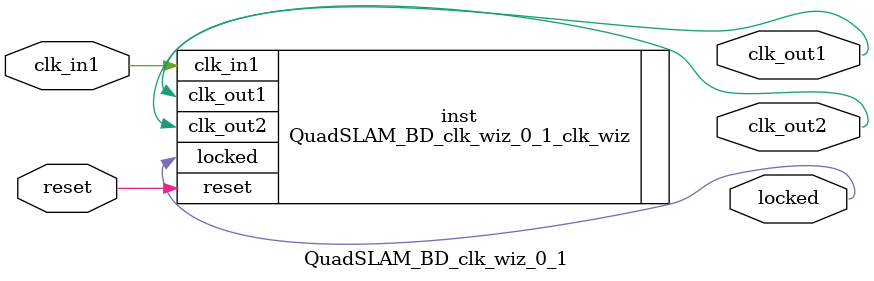
<source format=v>


`timescale 1ps/1ps

(* CORE_GENERATION_INFO = "QuadSLAM_BD_clk_wiz_0_1,clk_wiz_v5_3_1,{component_name=QuadSLAM_BD_clk_wiz_0_1,use_phase_alignment=true,use_min_o_jitter=false,use_max_i_jitter=false,use_dyn_phase_shift=false,use_inclk_switchover=false,use_dyn_reconfig=false,enable_axi=0,feedback_source=FDBK_AUTO,PRIMITIVE=MMCM,num_out_clk=2,clkin1_period=10.0,clkin2_period=10.0,use_power_down=false,use_reset=true,use_locked=true,use_inclk_stopped=false,feedback_type=SINGLE,CLOCK_MGR_TYPE=NA,manual_override=false}" *)

module QuadSLAM_BD_clk_wiz_0_1 
 (
 // Clock in ports
  input         clk_in1,
  // Clock out ports
  output        clk_out1,
  output        clk_out2,
  // Status and control signals
  input         reset,
  output        locked
 );

  QuadSLAM_BD_clk_wiz_0_1_clk_wiz inst
  (
 // Clock in ports
  .clk_in1(clk_in1),
  // Clock out ports  
  .clk_out1(clk_out1),
  .clk_out2(clk_out2),
  // Status and control signals               
  .reset(reset), 
  .locked(locked)            
  );

endmodule

</source>
